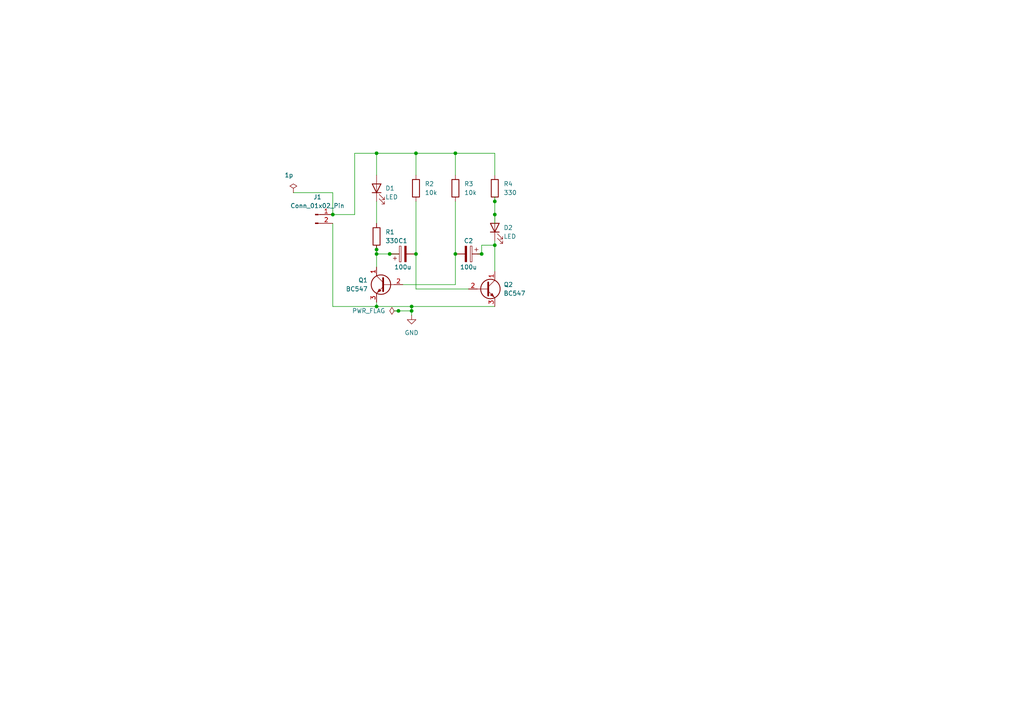
<source format=kicad_sch>
(kicad_sch
	(version 20250114)
	(generator "eeschema")
	(generator_version "9.0")
	(uuid "84626b9f-9999-4f5c-8921-3cc1165e6d11")
	(paper "A4")
	(lib_symbols
		(symbol "Connector:Conn_01x02_Pin"
			(pin_names
				(offset 1.016)
				(hide yes)
			)
			(exclude_from_sim no)
			(in_bom yes)
			(on_board yes)
			(property "Reference" "J"
				(at 0 2.54 0)
				(effects
					(font
						(size 1.27 1.27)
					)
				)
			)
			(property "Value" "Conn_01x02_Pin"
				(at 0 -5.08 0)
				(effects
					(font
						(size 1.27 1.27)
					)
				)
			)
			(property "Footprint" ""
				(at 0 0 0)
				(effects
					(font
						(size 1.27 1.27)
					)
					(hide yes)
				)
			)
			(property "Datasheet" "~"
				(at 0 0 0)
				(effects
					(font
						(size 1.27 1.27)
					)
					(hide yes)
				)
			)
			(property "Description" "Generic connector, single row, 01x02, script generated"
				(at 0 0 0)
				(effects
					(font
						(size 1.27 1.27)
					)
					(hide yes)
				)
			)
			(property "ki_locked" ""
				(at 0 0 0)
				(effects
					(font
						(size 1.27 1.27)
					)
				)
			)
			(property "ki_keywords" "connector"
				(at 0 0 0)
				(effects
					(font
						(size 1.27 1.27)
					)
					(hide yes)
				)
			)
			(property "ki_fp_filters" "Connector*:*_1x??_*"
				(at 0 0 0)
				(effects
					(font
						(size 1.27 1.27)
					)
					(hide yes)
				)
			)
			(symbol "Conn_01x02_Pin_1_1"
				(rectangle
					(start 0.8636 0.127)
					(end 0 -0.127)
					(stroke
						(width 0.1524)
						(type default)
					)
					(fill
						(type outline)
					)
				)
				(rectangle
					(start 0.8636 -2.413)
					(end 0 -2.667)
					(stroke
						(width 0.1524)
						(type default)
					)
					(fill
						(type outline)
					)
				)
				(polyline
					(pts
						(xy 1.27 0) (xy 0.8636 0)
					)
					(stroke
						(width 0.1524)
						(type default)
					)
					(fill
						(type none)
					)
				)
				(polyline
					(pts
						(xy 1.27 -2.54) (xy 0.8636 -2.54)
					)
					(stroke
						(width 0.1524)
						(type default)
					)
					(fill
						(type none)
					)
				)
				(pin passive line
					(at 5.08 0 180)
					(length 3.81)
					(name "Pin_1"
						(effects
							(font
								(size 1.27 1.27)
							)
						)
					)
					(number "1"
						(effects
							(font
								(size 1.27 1.27)
							)
						)
					)
				)
				(pin passive line
					(at 5.08 -2.54 180)
					(length 3.81)
					(name "Pin_2"
						(effects
							(font
								(size 1.27 1.27)
							)
						)
					)
					(number "2"
						(effects
							(font
								(size 1.27 1.27)
							)
						)
					)
				)
			)
			(embedded_fonts no)
		)
		(symbol "Device:C_Polarized"
			(pin_numbers
				(hide yes)
			)
			(pin_names
				(offset 0.254)
			)
			(exclude_from_sim no)
			(in_bom yes)
			(on_board yes)
			(property "Reference" "C"
				(at 0.635 2.54 0)
				(effects
					(font
						(size 1.27 1.27)
					)
					(justify left)
				)
			)
			(property "Value" "C_Polarized"
				(at 0.635 -2.54 0)
				(effects
					(font
						(size 1.27 1.27)
					)
					(justify left)
				)
			)
			(property "Footprint" ""
				(at 0.9652 -3.81 0)
				(effects
					(font
						(size 1.27 1.27)
					)
					(hide yes)
				)
			)
			(property "Datasheet" "~"
				(at 0 0 0)
				(effects
					(font
						(size 1.27 1.27)
					)
					(hide yes)
				)
			)
			(property "Description" "Polarized capacitor"
				(at 0 0 0)
				(effects
					(font
						(size 1.27 1.27)
					)
					(hide yes)
				)
			)
			(property "ki_keywords" "cap capacitor"
				(at 0 0 0)
				(effects
					(font
						(size 1.27 1.27)
					)
					(hide yes)
				)
			)
			(property "ki_fp_filters" "CP_*"
				(at 0 0 0)
				(effects
					(font
						(size 1.27 1.27)
					)
					(hide yes)
				)
			)
			(symbol "C_Polarized_0_1"
				(rectangle
					(start -2.286 0.508)
					(end 2.286 1.016)
					(stroke
						(width 0)
						(type default)
					)
					(fill
						(type none)
					)
				)
				(polyline
					(pts
						(xy -1.778 2.286) (xy -0.762 2.286)
					)
					(stroke
						(width 0)
						(type default)
					)
					(fill
						(type none)
					)
				)
				(polyline
					(pts
						(xy -1.27 2.794) (xy -1.27 1.778)
					)
					(stroke
						(width 0)
						(type default)
					)
					(fill
						(type none)
					)
				)
				(rectangle
					(start 2.286 -0.508)
					(end -2.286 -1.016)
					(stroke
						(width 0)
						(type default)
					)
					(fill
						(type outline)
					)
				)
			)
			(symbol "C_Polarized_1_1"
				(pin passive line
					(at 0 3.81 270)
					(length 2.794)
					(name "~"
						(effects
							(font
								(size 1.27 1.27)
							)
						)
					)
					(number "1"
						(effects
							(font
								(size 1.27 1.27)
							)
						)
					)
				)
				(pin passive line
					(at 0 -3.81 90)
					(length 2.794)
					(name "~"
						(effects
							(font
								(size 1.27 1.27)
							)
						)
					)
					(number "2"
						(effects
							(font
								(size 1.27 1.27)
							)
						)
					)
				)
			)
			(embedded_fonts no)
		)
		(symbol "Device:LED"
			(pin_numbers
				(hide yes)
			)
			(pin_names
				(offset 1.016)
				(hide yes)
			)
			(exclude_from_sim no)
			(in_bom yes)
			(on_board yes)
			(property "Reference" "D"
				(at 0 2.54 0)
				(effects
					(font
						(size 1.27 1.27)
					)
				)
			)
			(property "Value" "LED"
				(at 0 -2.54 0)
				(effects
					(font
						(size 1.27 1.27)
					)
				)
			)
			(property "Footprint" ""
				(at 0 0 0)
				(effects
					(font
						(size 1.27 1.27)
					)
					(hide yes)
				)
			)
			(property "Datasheet" "~"
				(at 0 0 0)
				(effects
					(font
						(size 1.27 1.27)
					)
					(hide yes)
				)
			)
			(property "Description" "Light emitting diode"
				(at 0 0 0)
				(effects
					(font
						(size 1.27 1.27)
					)
					(hide yes)
				)
			)
			(property "Sim.Pins" "1=K 2=A"
				(at 0 0 0)
				(effects
					(font
						(size 1.27 1.27)
					)
					(hide yes)
				)
			)
			(property "ki_keywords" "LED diode"
				(at 0 0 0)
				(effects
					(font
						(size 1.27 1.27)
					)
					(hide yes)
				)
			)
			(property "ki_fp_filters" "LED* LED_SMD:* LED_THT:*"
				(at 0 0 0)
				(effects
					(font
						(size 1.27 1.27)
					)
					(hide yes)
				)
			)
			(symbol "LED_0_1"
				(polyline
					(pts
						(xy -3.048 -0.762) (xy -4.572 -2.286) (xy -3.81 -2.286) (xy -4.572 -2.286) (xy -4.572 -1.524)
					)
					(stroke
						(width 0)
						(type default)
					)
					(fill
						(type none)
					)
				)
				(polyline
					(pts
						(xy -1.778 -0.762) (xy -3.302 -2.286) (xy -2.54 -2.286) (xy -3.302 -2.286) (xy -3.302 -1.524)
					)
					(stroke
						(width 0)
						(type default)
					)
					(fill
						(type none)
					)
				)
				(polyline
					(pts
						(xy -1.27 0) (xy 1.27 0)
					)
					(stroke
						(width 0)
						(type default)
					)
					(fill
						(type none)
					)
				)
				(polyline
					(pts
						(xy -1.27 -1.27) (xy -1.27 1.27)
					)
					(stroke
						(width 0.254)
						(type default)
					)
					(fill
						(type none)
					)
				)
				(polyline
					(pts
						(xy 1.27 -1.27) (xy 1.27 1.27) (xy -1.27 0) (xy 1.27 -1.27)
					)
					(stroke
						(width 0.254)
						(type default)
					)
					(fill
						(type none)
					)
				)
			)
			(symbol "LED_1_1"
				(pin passive line
					(at -3.81 0 0)
					(length 2.54)
					(name "K"
						(effects
							(font
								(size 1.27 1.27)
							)
						)
					)
					(number "1"
						(effects
							(font
								(size 1.27 1.27)
							)
						)
					)
				)
				(pin passive line
					(at 3.81 0 180)
					(length 2.54)
					(name "A"
						(effects
							(font
								(size 1.27 1.27)
							)
						)
					)
					(number "2"
						(effects
							(font
								(size 1.27 1.27)
							)
						)
					)
				)
			)
			(embedded_fonts no)
		)
		(symbol "Device:R"
			(pin_numbers
				(hide yes)
			)
			(pin_names
				(offset 0)
			)
			(exclude_from_sim no)
			(in_bom yes)
			(on_board yes)
			(property "Reference" "R"
				(at 2.032 0 90)
				(effects
					(font
						(size 1.27 1.27)
					)
				)
			)
			(property "Value" "R"
				(at 0 0 90)
				(effects
					(font
						(size 1.27 1.27)
					)
				)
			)
			(property "Footprint" ""
				(at -1.778 0 90)
				(effects
					(font
						(size 1.27 1.27)
					)
					(hide yes)
				)
			)
			(property "Datasheet" "~"
				(at 0 0 0)
				(effects
					(font
						(size 1.27 1.27)
					)
					(hide yes)
				)
			)
			(property "Description" "Resistor"
				(at 0 0 0)
				(effects
					(font
						(size 1.27 1.27)
					)
					(hide yes)
				)
			)
			(property "ki_keywords" "R res resistor"
				(at 0 0 0)
				(effects
					(font
						(size 1.27 1.27)
					)
					(hide yes)
				)
			)
			(property "ki_fp_filters" "R_*"
				(at 0 0 0)
				(effects
					(font
						(size 1.27 1.27)
					)
					(hide yes)
				)
			)
			(symbol "R_0_1"
				(rectangle
					(start -1.016 -2.54)
					(end 1.016 2.54)
					(stroke
						(width 0.254)
						(type default)
					)
					(fill
						(type none)
					)
				)
			)
			(symbol "R_1_1"
				(pin passive line
					(at 0 3.81 270)
					(length 1.27)
					(name "~"
						(effects
							(font
								(size 1.27 1.27)
							)
						)
					)
					(number "1"
						(effects
							(font
								(size 1.27 1.27)
							)
						)
					)
				)
				(pin passive line
					(at 0 -3.81 90)
					(length 1.27)
					(name "~"
						(effects
							(font
								(size 1.27 1.27)
							)
						)
					)
					(number "2"
						(effects
							(font
								(size 1.27 1.27)
							)
						)
					)
				)
			)
			(embedded_fonts no)
		)
		(symbol "Transistor_BJT:BC547"
			(pin_names
				(offset 0)
				(hide yes)
			)
			(exclude_from_sim no)
			(in_bom yes)
			(on_board yes)
			(property "Reference" "Q"
				(at 5.08 1.905 0)
				(effects
					(font
						(size 1.27 1.27)
					)
					(justify left)
				)
			)
			(property "Value" "BC547"
				(at 5.08 0 0)
				(effects
					(font
						(size 1.27 1.27)
					)
					(justify left)
				)
			)
			(property "Footprint" "Package_TO_SOT_THT:TO-92_Inline"
				(at 5.08 -1.905 0)
				(effects
					(font
						(size 1.27 1.27)
						(italic yes)
					)
					(justify left)
					(hide yes)
				)
			)
			(property "Datasheet" "https://www.onsemi.com/pub/Collateral/BC550-D.pdf"
				(at 0 0 0)
				(effects
					(font
						(size 1.27 1.27)
					)
					(justify left)
					(hide yes)
				)
			)
			(property "Description" "0.1A Ic, 45V Vce, Small Signal NPN Transistor, TO-92"
				(at 0 0 0)
				(effects
					(font
						(size 1.27 1.27)
					)
					(hide yes)
				)
			)
			(property "ki_keywords" "NPN Transistor"
				(at 0 0 0)
				(effects
					(font
						(size 1.27 1.27)
					)
					(hide yes)
				)
			)
			(property "ki_fp_filters" "TO?92*"
				(at 0 0 0)
				(effects
					(font
						(size 1.27 1.27)
					)
					(hide yes)
				)
			)
			(symbol "BC547_0_1"
				(polyline
					(pts
						(xy -2.54 0) (xy 0.635 0)
					)
					(stroke
						(width 0)
						(type default)
					)
					(fill
						(type none)
					)
				)
				(polyline
					(pts
						(xy 0.635 1.905) (xy 0.635 -1.905)
					)
					(stroke
						(width 0.508)
						(type default)
					)
					(fill
						(type none)
					)
				)
				(circle
					(center 1.27 0)
					(radius 2.8194)
					(stroke
						(width 0.254)
						(type default)
					)
					(fill
						(type none)
					)
				)
			)
			(symbol "BC547_1_1"
				(polyline
					(pts
						(xy 0.635 0.635) (xy 2.54 2.54)
					)
					(stroke
						(width 0)
						(type default)
					)
					(fill
						(type none)
					)
				)
				(polyline
					(pts
						(xy 0.635 -0.635) (xy 2.54 -2.54)
					)
					(stroke
						(width 0)
						(type default)
					)
					(fill
						(type none)
					)
				)
				(polyline
					(pts
						(xy 1.27 -1.778) (xy 1.778 -1.27) (xy 2.286 -2.286) (xy 1.27 -1.778)
					)
					(stroke
						(width 0)
						(type default)
					)
					(fill
						(type outline)
					)
				)
				(pin input line
					(at -5.08 0 0)
					(length 2.54)
					(name "B"
						(effects
							(font
								(size 1.27 1.27)
							)
						)
					)
					(number "2"
						(effects
							(font
								(size 1.27 1.27)
							)
						)
					)
				)
				(pin passive line
					(at 2.54 5.08 270)
					(length 2.54)
					(name "C"
						(effects
							(font
								(size 1.27 1.27)
							)
						)
					)
					(number "1"
						(effects
							(font
								(size 1.27 1.27)
							)
						)
					)
				)
				(pin passive line
					(at 2.54 -5.08 90)
					(length 2.54)
					(name "E"
						(effects
							(font
								(size 1.27 1.27)
							)
						)
					)
					(number "3"
						(effects
							(font
								(size 1.27 1.27)
							)
						)
					)
				)
			)
			(embedded_fonts no)
		)
		(symbol "power:GND"
			(power)
			(pin_numbers
				(hide yes)
			)
			(pin_names
				(offset 0)
				(hide yes)
			)
			(exclude_from_sim no)
			(in_bom yes)
			(on_board yes)
			(property "Reference" "#PWR"
				(at 0 -6.35 0)
				(effects
					(font
						(size 1.27 1.27)
					)
					(hide yes)
				)
			)
			(property "Value" "GND"
				(at 0 -3.81 0)
				(effects
					(font
						(size 1.27 1.27)
					)
				)
			)
			(property "Footprint" ""
				(at 0 0 0)
				(effects
					(font
						(size 1.27 1.27)
					)
					(hide yes)
				)
			)
			(property "Datasheet" ""
				(at 0 0 0)
				(effects
					(font
						(size 1.27 1.27)
					)
					(hide yes)
				)
			)
			(property "Description" "Power symbol creates a global label with name \"GND\" , ground"
				(at 0 0 0)
				(effects
					(font
						(size 1.27 1.27)
					)
					(hide yes)
				)
			)
			(property "ki_keywords" "global power"
				(at 0 0 0)
				(effects
					(font
						(size 1.27 1.27)
					)
					(hide yes)
				)
			)
			(symbol "GND_0_1"
				(polyline
					(pts
						(xy 0 0) (xy 0 -1.27) (xy 1.27 -1.27) (xy 0 -2.54) (xy -1.27 -1.27) (xy 0 -1.27)
					)
					(stroke
						(width 0)
						(type default)
					)
					(fill
						(type none)
					)
				)
			)
			(symbol "GND_1_1"
				(pin power_in line
					(at 0 0 270)
					(length 0)
					(name "~"
						(effects
							(font
								(size 1.27 1.27)
							)
						)
					)
					(number "1"
						(effects
							(font
								(size 1.27 1.27)
							)
						)
					)
				)
			)
			(embedded_fonts no)
		)
		(symbol "power:PWR_FLAG"
			(power)
			(pin_numbers
				(hide yes)
			)
			(pin_names
				(offset 0)
				(hide yes)
			)
			(exclude_from_sim no)
			(in_bom yes)
			(on_board yes)
			(property "Reference" "#FLG"
				(at 0 1.905 0)
				(effects
					(font
						(size 1.27 1.27)
					)
					(hide yes)
				)
			)
			(property "Value" "PWR_FLAG"
				(at 0 3.81 0)
				(effects
					(font
						(size 1.27 1.27)
					)
				)
			)
			(property "Footprint" ""
				(at 0 0 0)
				(effects
					(font
						(size 1.27 1.27)
					)
					(hide yes)
				)
			)
			(property "Datasheet" "~"
				(at 0 0 0)
				(effects
					(font
						(size 1.27 1.27)
					)
					(hide yes)
				)
			)
			(property "Description" "Special symbol for telling ERC where power comes from"
				(at 0 0 0)
				(effects
					(font
						(size 1.27 1.27)
					)
					(hide yes)
				)
			)
			(property "ki_keywords" "flag power"
				(at 0 0 0)
				(effects
					(font
						(size 1.27 1.27)
					)
					(hide yes)
				)
			)
			(symbol "PWR_FLAG_0_0"
				(pin power_out line
					(at 0 0 90)
					(length 0)
					(name "~"
						(effects
							(font
								(size 1.27 1.27)
							)
						)
					)
					(number "1"
						(effects
							(font
								(size 1.27 1.27)
							)
						)
					)
				)
			)
			(symbol "PWR_FLAG_0_1"
				(polyline
					(pts
						(xy 0 0) (xy 0 1.27) (xy -1.016 1.905) (xy 0 2.54) (xy 1.016 1.905) (xy 0 1.27)
					)
					(stroke
						(width 0)
						(type default)
					)
					(fill
						(type none)
					)
				)
			)
			(embedded_fonts no)
		)
	)
	(junction
		(at 113.03 73.66)
		(diameter 0)
		(color 0 0 0 0)
		(uuid "095ced21-4228-451e-8ca0-de6185699b42")
	)
	(junction
		(at 143.51 62.23)
		(diameter 0)
		(color 0 0 0 0)
		(uuid "17b7b71f-871b-4329-8bea-83ca69ceee3f")
	)
	(junction
		(at 96.52 62.23)
		(diameter 0)
		(color 0 0 0 0)
		(uuid "211b5f46-5ad0-48e0-9561-de907ae16a05")
	)
	(junction
		(at 109.22 73.66)
		(diameter 0)
		(color 0 0 0 0)
		(uuid "25243011-1a89-47c2-b334-3de520cc8597")
	)
	(junction
		(at 120.65 73.66)
		(diameter 0)
		(color 0 0 0 0)
		(uuid "2af69291-acbf-48bd-b8e5-b9a8e346b105")
	)
	(junction
		(at 132.08 44.45)
		(diameter 0)
		(color 0 0 0 0)
		(uuid "38ba4c02-d805-413f-9d80-a95e8770a78c")
	)
	(junction
		(at 139.7 73.66)
		(diameter 0)
		(color 0 0 0 0)
		(uuid "3aeaf49a-e7ee-4ae2-b98f-3ee308429c36")
	)
	(junction
		(at 119.38 88.9)
		(diameter 0)
		(color 0 0 0 0)
		(uuid "42c3fda1-73ce-4e25-8674-0c0a2c6d3351")
	)
	(junction
		(at 120.65 44.45)
		(diameter 0)
		(color 0 0 0 0)
		(uuid "4604cb36-6e6e-4fa6-85cc-01cbc7b552da")
	)
	(junction
		(at 115.57 90.17)
		(diameter 0)
		(color 0 0 0 0)
		(uuid "6f309ca2-2e54-4848-84af-08aee95b66ec")
	)
	(junction
		(at 119.38 90.17)
		(diameter 0)
		(color 0 0 0 0)
		(uuid "73fb99f2-b2b4-4e64-b468-d7768febcedd")
	)
	(junction
		(at 143.51 71.12)
		(diameter 0)
		(color 0 0 0 0)
		(uuid "7cd22a6f-7fa9-4877-81d0-130c6d096f57")
	)
	(junction
		(at 109.22 44.45)
		(diameter 0)
		(color 0 0 0 0)
		(uuid "7eccaa1e-24dc-41fd-b6c9-7e925439c6cf")
	)
	(junction
		(at 109.22 72.39)
		(diameter 0)
		(color 0 0 0 0)
		(uuid "907b85ff-0a2f-42b2-aef9-7426c4a2fa03")
	)
	(junction
		(at 132.08 73.66)
		(diameter 0)
		(color 0 0 0 0)
		(uuid "9ef76462-5a5f-4ab4-b8f5-2c7de8034187")
	)
	(junction
		(at 109.22 88.9)
		(diameter 0)
		(color 0 0 0 0)
		(uuid "a7c9c42f-1904-403d-b601-679c5e2a1c3f")
	)
	(junction
		(at 143.51 58.42)
		(diameter 0)
		(color 0 0 0 0)
		(uuid "e531fffa-8d1f-4739-be95-00599486da2b")
	)
	(wire
		(pts
			(xy 109.22 58.42) (xy 109.22 64.77)
		)
		(stroke
			(width 0)
			(type default)
		)
		(uuid "0555e72c-e1be-4ef6-91bd-8a3e091e0e0b")
	)
	(wire
		(pts
			(xy 143.51 62.23) (xy 143.51 64.77)
		)
		(stroke
			(width 0)
			(type default)
		)
		(uuid "102c47e3-b58e-40d7-8293-b59664100b84")
	)
	(wire
		(pts
			(xy 143.51 69.85) (xy 143.51 71.12)
		)
		(stroke
			(width 0)
			(type default)
		)
		(uuid "1635d662-dc52-49b5-8648-9df76659bf66")
	)
	(wire
		(pts
			(xy 143.51 44.45) (xy 143.51 50.8)
		)
		(stroke
			(width 0)
			(type default)
		)
		(uuid "22bd5cd1-61ef-4048-b743-050643bcddd5")
	)
	(wire
		(pts
			(xy 120.65 58.42) (xy 120.65 73.66)
		)
		(stroke
			(width 0)
			(type default)
		)
		(uuid "25559287-e7cc-4321-b822-81e26397d750")
	)
	(wire
		(pts
			(xy 132.08 58.42) (xy 132.08 73.66)
		)
		(stroke
			(width 0)
			(type default)
		)
		(uuid "295ac0b4-2281-4da1-909b-6212d6bb90a7")
	)
	(wire
		(pts
			(xy 138.43 73.66) (xy 139.7 73.66)
		)
		(stroke
			(width 0)
			(type default)
		)
		(uuid "29cf6214-1ebe-45bd-800e-4e02f4bdef14")
	)
	(wire
		(pts
			(xy 132.08 82.55) (xy 116.84 82.55)
		)
		(stroke
			(width 0)
			(type default)
		)
		(uuid "2f1879ad-93fe-44e8-8b59-9b6c05bb1e9d")
	)
	(wire
		(pts
			(xy 109.22 71.12) (xy 109.22 72.39)
		)
		(stroke
			(width 0)
			(type default)
		)
		(uuid "32df6a22-47c8-4a8c-8794-7fd3c0a5e74c")
	)
	(wire
		(pts
			(xy 96.52 55.88) (xy 96.52 62.23)
		)
		(stroke
			(width 0)
			(type default)
		)
		(uuid "4ce9a5d1-217e-4efe-9871-a0d00a78d126")
	)
	(wire
		(pts
			(xy 109.22 44.45) (xy 109.22 50.8)
		)
		(stroke
			(width 0)
			(type default)
		)
		(uuid "5594e479-b3c7-4183-9260-e9f00f8d8a8a")
	)
	(wire
		(pts
			(xy 85.09 55.88) (xy 96.52 55.88)
		)
		(stroke
			(width 0)
			(type default)
		)
		(uuid "5d201e45-23ab-447b-b7fd-7e3e6057c93f")
	)
	(wire
		(pts
			(xy 109.22 44.45) (xy 120.65 44.45)
		)
		(stroke
			(width 0)
			(type default)
		)
		(uuid "6ac56760-d15e-4547-ba61-0417c251ad0d")
	)
	(wire
		(pts
			(xy 109.22 88.9) (xy 109.22 87.63)
		)
		(stroke
			(width 0)
			(type default)
		)
		(uuid "73201fee-c736-4e5d-8de7-d6128b82fdb4")
	)
	(wire
		(pts
			(xy 132.08 44.45) (xy 132.08 50.8)
		)
		(stroke
			(width 0)
			(type default)
		)
		(uuid "7eb7b6ee-461c-46e3-871e-17f7eac741ab")
	)
	(wire
		(pts
			(xy 96.52 64.77) (xy 96.52 88.9)
		)
		(stroke
			(width 0)
			(type default)
		)
		(uuid "8117c9bc-09c7-4ec0-900f-4f166713daa1")
	)
	(wire
		(pts
			(xy 143.51 57.15) (xy 143.51 58.42)
		)
		(stroke
			(width 0)
			(type default)
		)
		(uuid "827d12ca-d8f6-4d0b-9a28-1bc5af8bb33a")
	)
	(wire
		(pts
			(xy 132.08 73.66) (xy 132.08 82.55)
		)
		(stroke
			(width 0)
			(type default)
		)
		(uuid "875e7867-9e49-42b0-b6f2-2d545a874c3a")
	)
	(wire
		(pts
			(xy 143.51 58.42) (xy 143.51 62.23)
		)
		(stroke
			(width 0)
			(type default)
		)
		(uuid "8e6d1586-d3ed-4f82-8d82-c8581d41a751")
	)
	(wire
		(pts
			(xy 143.51 88.9) (xy 119.38 88.9)
		)
		(stroke
			(width 0)
			(type default)
		)
		(uuid "8eca6242-2137-456d-ae80-441fe82abd2f")
	)
	(wire
		(pts
			(xy 120.65 44.45) (xy 132.08 44.45)
		)
		(stroke
			(width 0)
			(type default)
		)
		(uuid "94a45a77-92af-48c1-9a5b-9bad9083fa06")
	)
	(wire
		(pts
			(xy 135.89 83.82) (xy 120.65 83.82)
		)
		(stroke
			(width 0)
			(type default)
		)
		(uuid "96404354-85c0-4079-aab9-693c91f34674")
	)
	(wire
		(pts
			(xy 96.52 62.23) (xy 102.87 62.23)
		)
		(stroke
			(width 0)
			(type default)
		)
		(uuid "9e6f3a8a-abfa-4b13-a8a9-3954386d74e0")
	)
	(wire
		(pts
			(xy 114.3 90.17) (xy 115.57 90.17)
		)
		(stroke
			(width 0)
			(type default)
		)
		(uuid "a0b73c6c-f698-4a6e-8574-4c02af4c77fb")
	)
	(wire
		(pts
			(xy 115.57 90.17) (xy 119.38 90.17)
		)
		(stroke
			(width 0)
			(type default)
		)
		(uuid "ac3ff4a5-9993-42f6-98bc-da02048a93bb")
	)
	(wire
		(pts
			(xy 113.03 73.66) (xy 115.57 73.66)
		)
		(stroke
			(width 0)
			(type default)
		)
		(uuid "ac69fa1b-7de5-4e1b-8cc3-3f72ceeefcc2")
	)
	(wire
		(pts
			(xy 120.65 44.45) (xy 120.65 50.8)
		)
		(stroke
			(width 0)
			(type default)
		)
		(uuid "b5f94d96-e8ff-44ce-b3e5-7fd750317108")
	)
	(wire
		(pts
			(xy 143.51 71.12) (xy 139.7 71.12)
		)
		(stroke
			(width 0)
			(type default)
		)
		(uuid "c26affcb-86c8-4f18-9d38-1851507b7a2d")
	)
	(wire
		(pts
			(xy 119.38 88.9) (xy 109.22 88.9)
		)
		(stroke
			(width 0)
			(type default)
		)
		(uuid "c2c894de-109a-44cb-b55d-8a7d1b84a470")
	)
	(wire
		(pts
			(xy 109.22 73.66) (xy 109.22 77.47)
		)
		(stroke
			(width 0)
			(type default)
		)
		(uuid "c8867d43-576a-42d1-8167-cb8872f63d48")
	)
	(wire
		(pts
			(xy 132.08 44.45) (xy 143.51 44.45)
		)
		(stroke
			(width 0)
			(type default)
		)
		(uuid "cd6606b5-a891-432e-a653-891167b6fecc")
	)
	(wire
		(pts
			(xy 109.22 72.39) (xy 109.22 73.66)
		)
		(stroke
			(width 0)
			(type default)
		)
		(uuid "dd5e0b0a-d336-42ec-9139-9676ea7f64a5")
	)
	(wire
		(pts
			(xy 120.65 83.82) (xy 120.65 73.66)
		)
		(stroke
			(width 0)
			(type default)
		)
		(uuid "e05aef24-3928-41ff-a207-bd73369bd016")
	)
	(wire
		(pts
			(xy 102.87 62.23) (xy 102.87 44.45)
		)
		(stroke
			(width 0)
			(type default)
		)
		(uuid "ee923bcd-d34d-493f-b8d3-7ecc49bb7e5b")
	)
	(wire
		(pts
			(xy 143.51 71.12) (xy 143.51 78.74)
		)
		(stroke
			(width 0)
			(type default)
		)
		(uuid "efdf52a1-ddce-435c-b86f-10a6633ac113")
	)
	(wire
		(pts
			(xy 102.87 44.45) (xy 109.22 44.45)
		)
		(stroke
			(width 0)
			(type default)
		)
		(uuid "f4e004f4-d082-4998-9edc-0448055d46e1")
	)
	(wire
		(pts
			(xy 96.52 88.9) (xy 109.22 88.9)
		)
		(stroke
			(width 0)
			(type default)
		)
		(uuid "f62a54b4-d1b4-4e47-9bc8-24f1e4049491")
	)
	(wire
		(pts
			(xy 119.38 90.17) (xy 119.38 91.44)
		)
		(stroke
			(width 0)
			(type default)
		)
		(uuid "f72a7b98-3cf5-46dc-8960-bb5b7b397a1e")
	)
	(wire
		(pts
			(xy 119.38 88.9) (xy 119.38 90.17)
		)
		(stroke
			(width 0)
			(type default)
		)
		(uuid "f84d4f92-ac15-4348-b2c8-2bef15e8ed2f")
	)
	(wire
		(pts
			(xy 139.7 71.12) (xy 139.7 73.66)
		)
		(stroke
			(width 0)
			(type default)
		)
		(uuid "fa7509b1-06b2-4aee-bbf8-20825887ac99")
	)
	(wire
		(pts
			(xy 109.22 73.66) (xy 113.03 73.66)
		)
		(stroke
			(width 0)
			(type default)
		)
		(uuid "fd360f18-73f6-4918-9a81-af79e2f54f5c")
	)
	(symbol
		(lib_id "Transistor_BJT:BC547")
		(at 140.97 83.82 0)
		(unit 1)
		(exclude_from_sim no)
		(in_bom yes)
		(on_board yes)
		(dnp no)
		(fields_autoplaced yes)
		(uuid "00cb19f8-5d75-4d95-9815-a15ccb7618eb")
		(property "Reference" "Q2"
			(at 146.05 82.5499 0)
			(effects
				(font
					(size 1.27 1.27)
				)
				(justify left)
			)
		)
		(property "Value" "BC547"
			(at 146.05 85.0899 0)
			(effects
				(font
					(size 1.27 1.27)
				)
				(justify left)
			)
		)
		(property "Footprint" "Package_TO_SOT_THT:TO-92_Inline"
			(at 146.05 85.725 0)
			(effects
				(font
					(size 1.27 1.27)
					(italic yes)
				)
				(justify left)
				(hide yes)
			)
		)
		(property "Datasheet" "https://www.onsemi.com/pub/Collateral/BC550-D.pdf"
			(at 140.97 83.82 0)
			(effects
				(font
					(size 1.27 1.27)
				)
				(justify left)
				(hide yes)
			)
		)
		(property "Description" "0.1A Ic, 45V Vce, Small Signal NPN Transistor, TO-92"
			(at 140.97 83.82 0)
			(effects
				(font
					(size 1.27 1.27)
				)
				(hide yes)
			)
		)
		(pin "3"
			(uuid "e56ba53f-7184-40e7-a509-167d7c49d046")
		)
		(pin "2"
			(uuid "0ec91f96-4f85-4e52-a845-be25c47750f7")
		)
		(pin "1"
			(uuid "037df8a9-c9be-4bfe-9ff1-bdb72fc59c2c")
		)
		(instances
			(project ""
				(path "/84626b9f-9999-4f5c-8921-3cc1165e6d11"
					(reference "Q2")
					(unit 1)
				)
			)
		)
	)
	(symbol
		(lib_id "Connector:Conn_01x02_Pin")
		(at 91.44 62.23 0)
		(unit 1)
		(exclude_from_sim no)
		(in_bom yes)
		(on_board yes)
		(dnp no)
		(uuid "0f1b7075-e5c1-4583-9205-fb2966b13eb6")
		(property "Reference" "J1"
			(at 92.075 57.15 0)
			(effects
				(font
					(size 1.27 1.27)
				)
			)
		)
		(property "Value" "Conn_01x02_Pin"
			(at 92.075 59.69 0)
			(effects
				(font
					(size 1.27 1.27)
				)
			)
		)
		(property "Footprint" "Connector_PinHeader_1.00mm:PinHeader_1x02_P1.00mm_Vertical"
			(at 91.44 62.23 0)
			(effects
				(font
					(size 1.27 1.27)
				)
				(hide yes)
			)
		)
		(property "Datasheet" "~"
			(at 91.44 62.23 0)
			(effects
				(font
					(size 1.27 1.27)
				)
				(hide yes)
			)
		)
		(property "Description" "Generic connector, single row, 01x02, script generated"
			(at 91.44 62.23 0)
			(effects
				(font
					(size 1.27 1.27)
				)
				(hide yes)
			)
		)
		(pin "1"
			(uuid "30f08e6d-6651-486f-97c6-f20e06b02fcd")
		)
		(pin "2"
			(uuid "759ca419-f39d-4d44-864b-b872b8915e76")
		)
		(instances
			(project ""
				(path "/84626b9f-9999-4f5c-8921-3cc1165e6d11"
					(reference "J1")
					(unit 1)
				)
			)
		)
	)
	(symbol
		(lib_id "Device:R")
		(at 143.51 54.61 0)
		(unit 1)
		(exclude_from_sim no)
		(in_bom yes)
		(on_board yes)
		(dnp no)
		(fields_autoplaced yes)
		(uuid "210f1902-da16-470d-b0f8-ea1b84ec5921")
		(property "Reference" "R4"
			(at 146.05 53.3399 0)
			(effects
				(font
					(size 1.27 1.27)
				)
				(justify left)
			)
		)
		(property "Value" "330"
			(at 146.05 55.8799 0)
			(effects
				(font
					(size 1.27 1.27)
				)
				(justify left)
			)
		)
		(property "Footprint" "Resistor_THT:R_Axial_DIN0204_L3.6mm_D1.6mm_P5.08mm_Horizontal"
			(at 141.732 54.61 90)
			(effects
				(font
					(size 1.27 1.27)
				)
				(hide yes)
			)
		)
		(property "Datasheet" "~"
			(at 143.51 54.61 0)
			(effects
				(font
					(size 1.27 1.27)
				)
				(hide yes)
			)
		)
		(property "Description" "Resistor"
			(at 143.51 54.61 0)
			(effects
				(font
					(size 1.27 1.27)
				)
				(hide yes)
			)
		)
		(pin "1"
			(uuid "2a63e9e5-d9bb-49d4-9906-de82eae4034e")
		)
		(pin "2"
			(uuid "30564b9c-cc83-4d1e-9ad9-4dec7c95a199")
		)
		(instances
			(project ""
				(path "/84626b9f-9999-4f5c-8921-3cc1165e6d11"
					(reference "R4")
					(unit 1)
				)
			)
		)
	)
	(symbol
		(lib_id "Transistor_BJT:BC547")
		(at 111.76 82.55 0)
		(mirror y)
		(unit 1)
		(exclude_from_sim no)
		(in_bom yes)
		(on_board yes)
		(dnp no)
		(uuid "3198b8f2-aaf4-4cf3-9141-a1e8d62bed35")
		(property "Reference" "Q1"
			(at 106.68 81.2799 0)
			(effects
				(font
					(size 1.27 1.27)
				)
				(justify left)
			)
		)
		(property "Value" "BC547"
			(at 106.68 83.8199 0)
			(effects
				(font
					(size 1.27 1.27)
				)
				(justify left)
			)
		)
		(property "Footprint" "Package_TO_SOT_THT:TO-92_Inline"
			(at 106.68 84.455 0)
			(effects
				(font
					(size 1.27 1.27)
					(italic yes)
				)
				(justify left)
				(hide yes)
			)
		)
		(property "Datasheet" "https://www.onsemi.com/pub/Collateral/BC550-D.pdf"
			(at 111.76 82.55 0)
			(effects
				(font
					(size 1.27 1.27)
				)
				(justify left)
				(hide yes)
			)
		)
		(property "Description" "0.1A Ic, 45V Vce, Small Signal NPN Transistor, TO-92"
			(at 111.76 82.55 0)
			(effects
				(font
					(size 1.27 1.27)
				)
				(hide yes)
			)
		)
		(pin "3"
			(uuid "30967d56-bfca-4823-b5a6-27c47fe2e3e1")
		)
		(pin "2"
			(uuid "419bc452-d736-4556-bcd6-a88bfa654b75")
		)
		(pin "1"
			(uuid "cd480cb7-5752-4071-bd79-e56d09a1b508")
		)
		(instances
			(project ""
				(path "/84626b9f-9999-4f5c-8921-3cc1165e6d11"
					(reference "Q1")
					(unit 1)
				)
			)
		)
	)
	(symbol
		(lib_id "Device:C_Polarized")
		(at 116.84 73.66 90)
		(unit 1)
		(exclude_from_sim no)
		(in_bom yes)
		(on_board yes)
		(dnp no)
		(uuid "3d44fcb8-2f61-47b0-b3c7-b0a78f197a7e")
		(property "Reference" "C1"
			(at 116.84 69.85 90)
			(effects
				(font
					(size 1.27 1.27)
				)
			)
		)
		(property "Value" "100u"
			(at 116.84 77.47 90)
			(effects
				(font
					(size 1.27 1.27)
				)
			)
		)
		(property "Footprint" "Capacitor_THT:C_Radial_D10.0mm_H16.0mm_P5.00mm"
			(at 120.65 72.6948 0)
			(effects
				(font
					(size 1.27 1.27)
				)
				(hide yes)
			)
		)
		(property "Datasheet" "~"
			(at 116.84 73.66 0)
			(effects
				(font
					(size 1.27 1.27)
				)
				(hide yes)
			)
		)
		(property "Description" "Polarized capacitor"
			(at 116.84 73.66 0)
			(effects
				(font
					(size 1.27 1.27)
				)
				(hide yes)
			)
		)
		(pin "1"
			(uuid "fc59d5b7-aea0-416b-a2a4-fba439e10c11")
		)
		(pin "2"
			(uuid "1bcbfdc0-2d88-4336-9465-9c4b7e1f1105")
		)
		(instances
			(project ""
				(path "/84626b9f-9999-4f5c-8921-3cc1165e6d11"
					(reference "C1")
					(unit 1)
				)
			)
		)
	)
	(symbol
		(lib_id "Device:LED")
		(at 109.22 54.61 90)
		(unit 1)
		(exclude_from_sim no)
		(in_bom yes)
		(on_board yes)
		(dnp no)
		(uuid "67070462-9c29-4733-8974-526a8b59b5be")
		(property "Reference" "D1"
			(at 111.76 54.61 90)
			(effects
				(font
					(size 1.27 1.27)
				)
				(justify right)
			)
		)
		(property "Value" "LED"
			(at 111.76 57.15 90)
			(effects
				(font
					(size 1.27 1.27)
				)
				(justify right)
			)
		)
		(property "Footprint" "LED_THT:LED_D5.0mm"
			(at 109.22 54.61 0)
			(effects
				(font
					(size 1.27 1.27)
				)
				(hide yes)
			)
		)
		(property "Datasheet" "~"
			(at 109.22 54.61 0)
			(effects
				(font
					(size 1.27 1.27)
				)
				(hide yes)
			)
		)
		(property "Description" "Light emitting diode"
			(at 109.22 54.61 0)
			(effects
				(font
					(size 1.27 1.27)
				)
				(hide yes)
			)
		)
		(property "Sim.Pins" "1=K 2=A"
			(at 109.22 54.61 0)
			(effects
				(font
					(size 1.27 1.27)
				)
				(hide yes)
			)
		)
		(pin "2"
			(uuid "fa8cd473-d783-4595-b301-4e3acf643c9d")
		)
		(pin "1"
			(uuid "b7f34ee8-9e55-4cb9-ba9c-448e1bfe9c17")
		)
		(instances
			(project "pcb 1"
				(path "/84626b9f-9999-4f5c-8921-3cc1165e6d11"
					(reference "D1")
					(unit 1)
				)
			)
		)
	)
	(symbol
		(lib_id "Device:R")
		(at 132.08 54.61 0)
		(unit 1)
		(exclude_from_sim no)
		(in_bom yes)
		(on_board yes)
		(dnp no)
		(fields_autoplaced yes)
		(uuid "7d377df8-7cbe-4410-a25d-37d1ec4abeba")
		(property "Reference" "R3"
			(at 134.62 53.3399 0)
			(effects
				(font
					(size 1.27 1.27)
				)
				(justify left)
			)
		)
		(property "Value" "10k"
			(at 134.62 55.8799 0)
			(effects
				(font
					(size 1.27 1.27)
				)
				(justify left)
			)
		)
		(property "Footprint" "Resistor_THT:R_Axial_DIN0204_L3.6mm_D1.6mm_P5.08mm_Horizontal"
			(at 130.302 54.61 90)
			(effects
				(font
					(size 1.27 1.27)
				)
				(hide yes)
			)
		)
		(property "Datasheet" "~"
			(at 132.08 54.61 0)
			(effects
				(font
					(size 1.27 1.27)
				)
				(hide yes)
			)
		)
		(property "Description" "Resistor"
			(at 132.08 54.61 0)
			(effects
				(font
					(size 1.27 1.27)
				)
				(hide yes)
			)
		)
		(pin "1"
			(uuid "6dbfcaa0-6b35-43dc-aab8-a2f44f686800")
		)
		(pin "2"
			(uuid "50498402-0f82-4057-8993-3edf29017e7b")
		)
		(instances
			(project ""
				(path "/84626b9f-9999-4f5c-8921-3cc1165e6d11"
					(reference "R3")
					(unit 1)
				)
			)
		)
	)
	(symbol
		(lib_id "power:PWR_FLAG")
		(at 115.57 90.17 90)
		(unit 1)
		(exclude_from_sim no)
		(in_bom yes)
		(on_board yes)
		(dnp no)
		(fields_autoplaced yes)
		(uuid "82c8e877-02e1-44d4-af5b-6a6204fd8f5d")
		(property "Reference" "#FLG03"
			(at 113.665 90.17 0)
			(effects
				(font
					(size 1.27 1.27)
				)
				(hide yes)
			)
		)
		(property "Value" "PWR_FLAG"
			(at 111.76 90.1699 90)
			(effects
				(font
					(size 1.27 1.27)
				)
				(justify left)
			)
		)
		(property "Footprint" ""
			(at 115.57 90.17 0)
			(effects
				(font
					(size 1.27 1.27)
				)
				(hide yes)
			)
		)
		(property "Datasheet" "~"
			(at 115.57 90.17 0)
			(effects
				(font
					(size 1.27 1.27)
				)
				(hide yes)
			)
		)
		(property "Description" "Special symbol for telling ERC where power comes from"
			(at 115.57 90.17 0)
			(effects
				(font
					(size 1.27 1.27)
				)
				(hide yes)
			)
		)
		(pin "1"
			(uuid "c8745825-44e1-43f5-a337-02e2ac95b19d")
		)
		(instances
			(project ""
				(path "/84626b9f-9999-4f5c-8921-3cc1165e6d11"
					(reference "#FLG03")
					(unit 1)
				)
			)
		)
	)
	(symbol
		(lib_id "Device:LED")
		(at 143.51 66.04 90)
		(unit 1)
		(exclude_from_sim no)
		(in_bom yes)
		(on_board yes)
		(dnp no)
		(uuid "a4de1861-b51d-46ab-99ae-2f1393c7089b")
		(property "Reference" "D2"
			(at 146.05 66.04 90)
			(effects
				(font
					(size 1.27 1.27)
				)
				(justify right)
			)
		)
		(property "Value" "LED"
			(at 146.05 68.58 90)
			(effects
				(font
					(size 1.27 1.27)
				)
				(justify right)
			)
		)
		(property "Footprint" "LED_THT:LED_D5.0mm"
			(at 143.51 66.04 0)
			(effects
				(font
					(size 1.27 1.27)
				)
				(hide yes)
			)
		)
		(property "Datasheet" "~"
			(at 143.51 66.04 0)
			(effects
				(font
					(size 1.27 1.27)
				)
				(hide yes)
			)
		)
		(property "Description" "Light emitting diode"
			(at 143.51 66.04 0)
			(effects
				(font
					(size 1.27 1.27)
				)
				(hide yes)
			)
		)
		(property "Sim.Pins" "1=K 2=A"
			(at 143.51 66.04 0)
			(effects
				(font
					(size 1.27 1.27)
				)
				(hide yes)
			)
		)
		(pin "2"
			(uuid "6867e70c-8e5f-4fcb-93a6-529d6538e1a1")
		)
		(pin "1"
			(uuid "ff13d5b9-ca31-4b9a-8ba8-7aae1a3fad27")
		)
		(instances
			(project ""
				(path "/84626b9f-9999-4f5c-8921-3cc1165e6d11"
					(reference "D2")
					(unit 1)
				)
			)
		)
	)
	(symbol
		(lib_id "Device:C_Polarized")
		(at 135.89 73.66 270)
		(unit 1)
		(exclude_from_sim no)
		(in_bom yes)
		(on_board yes)
		(dnp no)
		(uuid "b0e55de0-9cb2-410e-b47f-87c13a71c58b")
		(property "Reference" "C2"
			(at 135.89 69.85 90)
			(effects
				(font
					(size 1.27 1.27)
				)
			)
		)
		(property "Value" "100u"
			(at 135.89 77.47 90)
			(effects
				(font
					(size 1.27 1.27)
				)
			)
		)
		(property "Footprint" "Capacitor_THT:C_Radial_D10.0mm_H16.0mm_P5.00mm"
			(at 132.08 74.6252 0)
			(effects
				(font
					(size 1.27 1.27)
				)
				(hide yes)
			)
		)
		(property "Datasheet" "~"
			(at 135.89 73.66 0)
			(effects
				(font
					(size 1.27 1.27)
				)
				(hide yes)
			)
		)
		(property "Description" "Polarized capacitor"
			(at 135.89 73.66 0)
			(effects
				(font
					(size 1.27 1.27)
				)
				(hide yes)
			)
		)
		(pin "1"
			(uuid "ef261ed0-19ea-4dbf-abb8-e6c71f7b2ed2")
		)
		(pin "2"
			(uuid "511401c4-100c-4668-b852-1f0e0bd71e1f")
		)
		(instances
			(project ""
				(path "/84626b9f-9999-4f5c-8921-3cc1165e6d11"
					(reference "C2")
					(unit 1)
				)
			)
		)
	)
	(symbol
		(lib_id "power:GND")
		(at 119.38 91.44 0)
		(unit 1)
		(exclude_from_sim no)
		(in_bom yes)
		(on_board yes)
		(dnp no)
		(fields_autoplaced yes)
		(uuid "b8c18ef4-7d35-4655-b548-f975ea8d0300")
		(property "Reference" "#PWR01"
			(at 119.38 97.79 0)
			(effects
				(font
					(size 1.27 1.27)
				)
				(hide yes)
			)
		)
		(property "Value" "GND"
			(at 119.38 96.52 0)
			(effects
				(font
					(size 1.27 1.27)
				)
			)
		)
		(property "Footprint" ""
			(at 119.38 91.44 0)
			(effects
				(font
					(size 1.27 1.27)
				)
				(hide yes)
			)
		)
		(property "Datasheet" ""
			(at 119.38 91.44 0)
			(effects
				(font
					(size 1.27 1.27)
				)
				(hide yes)
			)
		)
		(property "Description" "Power symbol creates a global label with name \"GND\" , ground"
			(at 119.38 91.44 0)
			(effects
				(font
					(size 1.27 1.27)
				)
				(hide yes)
			)
		)
		(pin "1"
			(uuid "ede5a36f-720b-467b-bb66-f9646f014cb6")
		)
		(instances
			(project ""
				(path "/84626b9f-9999-4f5c-8921-3cc1165e6d11"
					(reference "#PWR01")
					(unit 1)
				)
			)
		)
	)
	(symbol
		(lib_id "Device:R")
		(at 109.22 68.58 0)
		(unit 1)
		(exclude_from_sim no)
		(in_bom yes)
		(on_board yes)
		(dnp no)
		(fields_autoplaced yes)
		(uuid "cbdf87e0-8b85-4dcc-a0d5-351823e6dc83")
		(property "Reference" "R1"
			(at 111.76 67.3099 0)
			(effects
				(font
					(size 1.27 1.27)
				)
				(justify left)
			)
		)
		(property "Value" "330"
			(at 111.76 69.8499 0)
			(effects
				(font
					(size 1.27 1.27)
				)
				(justify left)
			)
		)
		(property "Footprint" ""
			(at 107.442 68.58 90)
			(effects
				(font
					(size 1.27 1.27)
				)
				(hide yes)
			)
		)
		(property "Datasheet" "~"
			(at 109.22 68.58 0)
			(effects
				(font
					(size 1.27 1.27)
				)
				(hide yes)
			)
		)
		(property "Description" "Resistor"
			(at 109.22 68.58 0)
			(effects
				(font
					(size 1.27 1.27)
				)
				(hide yes)
			)
		)
		(pin "1"
			(uuid "bf0d8e62-8e88-4358-8404-6c0521b3903a")
		)
		(pin "2"
			(uuid "686d213c-d489-48b8-9055-96c8fda98743")
		)
		(instances
			(project ""
				(path "/84626b9f-9999-4f5c-8921-3cc1165e6d11"
					(reference "R1")
					(unit 1)
				)
			)
		)
	)
	(symbol
		(lib_id "Device:R")
		(at 120.65 54.61 0)
		(unit 1)
		(exclude_from_sim no)
		(in_bom yes)
		(on_board yes)
		(dnp no)
		(fields_autoplaced yes)
		(uuid "d1cb344b-20dc-4761-9129-ebd7c965a946")
		(property "Reference" "R2"
			(at 123.19 53.3399 0)
			(effects
				(font
					(size 1.27 1.27)
				)
				(justify left)
			)
		)
		(property "Value" "10k"
			(at 123.19 55.8799 0)
			(effects
				(font
					(size 1.27 1.27)
				)
				(justify left)
			)
		)
		(property "Footprint" "Resistor_THT:R_Axial_DIN0204_L3.6mm_D1.6mm_P5.08mm_Horizontal"
			(at 118.872 54.61 90)
			(effects
				(font
					(size 1.27 1.27)
				)
				(hide yes)
			)
		)
		(property "Datasheet" "~"
			(at 120.65 54.61 0)
			(effects
				(font
					(size 1.27 1.27)
				)
				(hide yes)
			)
		)
		(property "Description" "Resistor"
			(at 120.65 54.61 0)
			(effects
				(font
					(size 1.27 1.27)
				)
				(hide yes)
			)
		)
		(pin "2"
			(uuid "2ea342b6-bd66-415c-9875-9292dc9923dd")
		)
		(pin "1"
			(uuid "4674fd63-2857-4b82-ad7e-c0acdf0628dc")
		)
		(instances
			(project ""
				(path "/84626b9f-9999-4f5c-8921-3cc1165e6d11"
					(reference "R2")
					(unit 1)
				)
			)
		)
	)
	(symbol
		(lib_id "power:PWR_FLAG")
		(at 85.09 55.88 0)
		(unit 1)
		(exclude_from_sim no)
		(in_bom yes)
		(on_board yes)
		(dnp no)
		(uuid "e9f9d960-c957-48cd-85ff-e16e0bea3250")
		(property "Reference" "#FLG01"
			(at 85.09 53.975 0)
			(effects
				(font
					(size 1.27 1.27)
				)
				(hide yes)
			)
		)
		(property "Value" "1p"
			(at 85.09 50.8 0)
			(effects
				(font
					(size 1.27 1.27)
				)
				(justify right)
			)
		)
		(property "Footprint" ""
			(at 85.09 55.88 0)
			(effects
				(font
					(size 1.27 1.27)
				)
				(hide yes)
			)
		)
		(property "Datasheet" "~"
			(at 85.09 55.88 0)
			(effects
				(font
					(size 1.27 1.27)
				)
				(hide yes)
			)
		)
		(property "Description" "Special symbol for telling ERC where power comes from"
			(at 85.09 55.88 0)
			(effects
				(font
					(size 1.27 1.27)
				)
				(hide yes)
			)
		)
		(pin "1"
			(uuid "90625aea-d800-400d-88bf-85073843e8dd")
		)
		(instances
			(project ""
				(path "/84626b9f-9999-4f5c-8921-3cc1165e6d11"
					(reference "#FLG01")
					(unit 1)
				)
			)
		)
	)
	(sheet_instances
		(path "/"
			(page "1")
		)
	)
	(embedded_fonts no)
)

</source>
